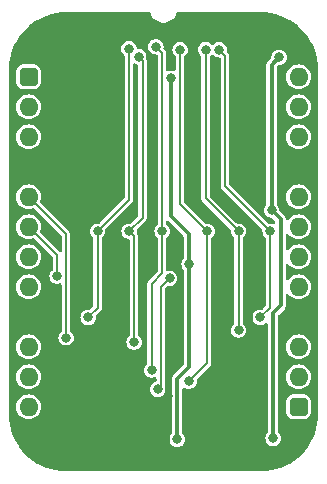
<source format=gbl>
%TF.GenerationSoftware,KiCad,Pcbnew,8.0.3*%
%TF.CreationDate,2024-07-05T17:13:44+02:00*%
%TF.ProjectId,SD Card Micro Socket,53442043-6172-4642-904d-6963726f2053,V0*%
%TF.SameCoordinates,PX6d01460PY32de760*%
%TF.FileFunction,Copper,L2,Bot*%
%TF.FilePolarity,Positive*%
%FSLAX46Y46*%
G04 Gerber Fmt 4.6, Leading zero omitted, Abs format (unit mm)*
G04 Created by KiCad (PCBNEW 8.0.3) date 2024-07-05 17:13:44*
%MOMM*%
%LPD*%
G01*
G04 APERTURE LIST*
G04 Aperture macros list*
%AMRoundRect*
0 Rectangle with rounded corners*
0 $1 Rounding radius*
0 $2 $3 $4 $5 $6 $7 $8 $9 X,Y pos of 4 corners*
0 Add a 4 corners polygon primitive as box body*
4,1,4,$2,$3,$4,$5,$6,$7,$8,$9,$2,$3,0*
0 Add four circle primitives for the rounded corners*
1,1,$1+$1,$2,$3*
1,1,$1+$1,$4,$5*
1,1,$1+$1,$6,$7*
1,1,$1+$1,$8,$9*
0 Add four rect primitives between the rounded corners*
20,1,$1+$1,$2,$3,$4,$5,0*
20,1,$1+$1,$4,$5,$6,$7,0*
20,1,$1+$1,$6,$7,$8,$9,0*
20,1,$1+$1,$8,$9,$2,$3,0*%
G04 Aperture macros list end*
%TA.AperFunction,ComponentPad*%
%ADD10RoundRect,0.400000X-0.400000X-0.400000X0.400000X-0.400000X0.400000X0.400000X-0.400000X0.400000X0*%
%TD*%
%TA.AperFunction,ComponentPad*%
%ADD11O,1.600000X1.600000*%
%TD*%
%TA.AperFunction,ComponentPad*%
%ADD12R,1.600000X1.600000*%
%TD*%
%TA.AperFunction,ViaPad*%
%ADD13C,0.800000*%
%TD*%
%TA.AperFunction,Conductor*%
%ADD14C,0.200000*%
%TD*%
%TA.AperFunction,Conductor*%
%ADD15C,0.380000*%
%TD*%
G04 APERTURE END LIST*
D10*
%TO.P,J1,1,Pin_1*%
%TO.N,5V*%
X0Y0D03*
D11*
%TO.P,J1,2,Pin_2*%
%TO.N,unconnected-(J1-Pin_2-Pad2)*%
X0Y-2540000D03*
%TO.P,J1,3,Pin_3*%
%TO.N,unconnected-(J1-Pin_3-Pad3)*%
X0Y-5080000D03*
D12*
%TO.P,J1,4,Pin_4*%
%TO.N,GND*%
X0Y-7620000D03*
D11*
%TO.P,J1,5,Pin_5*%
%TO.N,DAT3*%
X0Y-10160000D03*
%TO.P,J1,6,Pin_6*%
%TO.N,DAT2*%
X0Y-12700000D03*
%TO.P,J1,7,Pin_7*%
%TO.N,DAT1*%
X0Y-15240000D03*
%TO.P,J1,8,Pin_8*%
%TO.N,DAT0*%
X0Y-17780000D03*
D12*
%TO.P,J1,9,Pin_9*%
%TO.N,GND*%
X0Y-20320000D03*
D11*
%TO.P,J1,10,Pin_10*%
%TO.N,SD CMD*%
X0Y-22860000D03*
%TO.P,J1,11,Pin_11*%
%TO.N,~{SD Card Enable}*%
X0Y-25400000D03*
%TO.P,J1,12,Pin_12*%
%TO.N,SD CLK*%
X0Y-27940000D03*
D10*
%TO.P,J1,13,Pin_13*%
%TO.N,5V*%
X22860000Y-27940000D03*
D11*
%TO.P,J1,14,Pin_14*%
%TO.N,unconnected-(J1-Pin_14-Pad14)*%
X22860000Y-25400000D03*
%TO.P,J1,15,Pin_15*%
%TO.N,unconnected-(J1-Pin_15-Pad15)*%
X22860000Y-22860000D03*
D12*
%TO.P,J1,16,Pin_16*%
%TO.N,GND*%
X22860000Y-20320000D03*
D11*
%TO.P,J1,17,Pin_17*%
%TO.N,unconnected-(J1-Pin_17-Pad17)*%
X22860000Y-17780000D03*
%TO.P,J1,18,Pin_18*%
%TO.N,unconnected-(J1-Pin_18-Pad18)*%
X22860000Y-15240000D03*
%TO.P,J1,19,Pin_19*%
%TO.N,unconnected-(J1-Pin_19-Pad19)*%
X22860000Y-12700000D03*
%TO.P,J1,20,Pin_20*%
%TO.N,unconnected-(J1-Pin_20-Pad20)*%
X22860000Y-10160000D03*
D12*
%TO.P,J1,21,Pin_21*%
%TO.N,GND*%
X22860000Y-7620000D03*
D11*
%TO.P,J1,22,Pin_22*%
%TO.N,unconnected-(J1-Pin_22-Pad22)*%
X22860000Y-5080000D03*
%TO.P,J1,23,Pin_23*%
%TO.N,unconnected-(J1-Pin_23-Pad23)*%
X22860000Y-2540000D03*
%TO.P,J1,24,Pin_24*%
%TO.N,unconnected-(J1-Pin_24-Pad24)*%
X22860000Y0D03*
%TD*%
D13*
%TO.N,GND*%
X18542000Y-5403000D03*
X18415000Y2413000D03*
X11938000Y-24003000D03*
X11805000Y-27051000D03*
X19050000Y-14478000D03*
X12319000Y-14224000D03*
X12319000Y-18161000D03*
X9779000Y-17018000D03*
X13987997Y4843997D03*
X10414000Y-5403000D03*
X15875000Y-5403000D03*
X18669000Y-17946000D03*
X5334000Y-5403000D03*
X18669000Y-23114000D03*
X18796002Y-28194000D03*
X4826000Y-29718000D03*
X9906000Y-29717998D03*
X4826000Y-27190000D03*
X4826000Y-16764000D03*
X4191000Y-23495000D03*
X13970000Y2032000D03*
X13843000Y-5461000D03*
%TO.N,/3.3V*%
X21209000Y1651000D03*
%TO.N,DAT2*%
X2425000Y-16890994D03*
%TO.N,DAT3*%
X3175000Y-22098000D03*
%TO.N,5V*%
X12065000Y-127000D03*
X13589000Y-15875000D03*
X12595497Y-30711497D03*
%TO.N,Net-(IC1-1B2)*%
X5055455Y-20381357D03*
%TO.N,Net-(IC1-1B3)*%
X8939000Y-22479000D03*
%TO.N,Net-(IC1-2B1)*%
X13589000Y-25781000D03*
%TO.N,Net-(IC1-2B3)*%
X17780000Y-21463000D03*
%TO.N,Net-(IC1-2B4)*%
X19621501Y-20383499D03*
%TO.N,/3.3V*%
X20574000Y-11303000D03*
X20701000Y-30614000D03*
%TO.N,Net-(IC1-2B4)*%
X20447000Y-13081000D03*
X16129000Y2286000D03*
%TO.N,Net-(IC1-2B3)*%
X17780000Y-13081000D03*
X14986000Y2286000D03*
%TO.N,Net-(IC1-2B1)*%
X12827002Y2286000D03*
X15113000Y-13081000D03*
%TO.N,Net-(IC1-1B3)*%
X8509000Y-13081000D03*
X9321518Y1712464D03*
%TO.N,Net-(IC1-1B2)*%
X5842000Y-13081000D03*
X8506219Y2374123D03*
%TO.N,Net-(IC1-1B4)*%
X10776142Y2535927D03*
X11303000Y-13081000D03*
X10414000Y-24843000D03*
%TO.N,~{SD Card Enable}*%
X11946197Y-17071138D03*
X10941070Y-26465000D03*
%TD*%
D14*
%TO.N,Net-(IC1-1B2)*%
X5842000Y-19594812D02*
X5055455Y-20381357D01*
X5842000Y-13081000D02*
X5842000Y-19594812D01*
%TO.N,DAT2*%
X2425000Y-15125000D02*
X2425000Y-16890994D01*
X0Y-12700000D02*
X2425000Y-15125000D01*
D15*
%TO.N,GND*%
X18415000Y2413000D02*
X18415000Y-5276000D01*
X18415000Y-5276000D02*
X18542000Y-5403000D01*
D14*
%TO.N,Net-(IC1-1B4)*%
X10414000Y-17542674D02*
X10414000Y-24843000D01*
X11303000Y-16653674D02*
X10414000Y-17542674D01*
X11303000Y-13081000D02*
X11303000Y-16653674D01*
D15*
%TO.N,GND*%
X11938000Y-18542000D02*
X11938000Y-24003000D01*
D14*
%TO.N,~{SD Card Enable}*%
X11188000Y-26218070D02*
X10941070Y-26465000D01*
X11946197Y-17071138D02*
X11188000Y-17829335D01*
D15*
%TO.N,GND*%
X11938000Y-24003000D02*
X11938000Y-26918000D01*
D14*
%TO.N,~{SD Card Enable}*%
X11188000Y-17829335D02*
X11188000Y-26218070D01*
%TO.N,Net-(IC1-1B3)*%
X8939000Y-13511000D02*
X8939000Y-22479000D01*
X8509000Y-13081000D02*
X8939000Y-13511000D01*
D15*
%TO.N,5V*%
X12595497Y-25586563D02*
X12595497Y-30711497D01*
X13589000Y-24593060D02*
X12595497Y-25586563D01*
X13589000Y-15875000D02*
X13589000Y-24593060D01*
%TO.N,GND*%
X11938000Y-26918000D02*
X11805000Y-27051000D01*
X12319000Y-18161000D02*
X11938000Y-18542000D01*
D14*
%TO.N,Net-(IC1-2B1)*%
X15113000Y-24257000D02*
X13589000Y-25781000D01*
X15113000Y-13081000D02*
X15113000Y-24257000D01*
D15*
%TO.N,GND*%
X19050000Y-17565000D02*
X19050000Y-14478000D01*
X12192000Y-14351000D02*
X12319000Y-14224000D01*
X12192000Y-16129000D02*
X12192000Y-15748000D01*
X12192000Y-15748000D02*
X12192000Y-14351000D01*
X12827000Y-16764000D02*
X12192000Y-16129000D01*
X12827000Y-17526000D02*
X12827000Y-16764000D01*
X12827000Y-17653000D02*
X12827000Y-17526000D01*
X12319000Y-18161000D02*
X12827000Y-17653000D01*
X19050000Y-14478000D02*
X19050000Y-12827000D01*
X9779000Y-17018000D02*
X9779000Y-12827000D01*
X9779000Y-24130000D02*
X9779000Y-17018000D01*
X-1190000Y-19130000D02*
X0Y-20320000D01*
X0Y-7620000D02*
X-1190000Y-8810000D01*
X-1190000Y-8810000D02*
X-1190000Y-19130000D01*
X13987997Y2049997D02*
X13987997Y4843997D01*
X13970000Y2032000D02*
X13987997Y2049997D01*
X12954000Y3810000D02*
X13987997Y4843997D01*
X10287000Y3810000D02*
X12954000Y3810000D01*
X9779000Y3302000D02*
X10287000Y3810000D01*
X9779000Y2413000D02*
X9779000Y3302000D01*
X10414000Y-5403000D02*
X10414000Y1778000D01*
X10414000Y1778000D02*
X9779000Y2413000D01*
D14*
%TO.N,Net-(IC1-1B2)*%
X8506219Y-10416781D02*
X8506219Y2374123D01*
X5842000Y-13081000D02*
X8506219Y-10416781D01*
%TO.N,Net-(IC1-1B3)*%
X9652000Y1381982D02*
X9321518Y1712464D01*
X8509000Y-13081000D02*
X9652000Y-11938000D01*
%TO.N,Net-(IC1-1B4)*%
X11303000Y2009069D02*
X10776142Y2535927D01*
X11303000Y-13081000D02*
X11303000Y2009069D01*
%TO.N,Net-(IC1-1B3)*%
X9652000Y-11938000D02*
X9652000Y1381982D01*
D15*
%TO.N,GND*%
X10414000Y-12192000D02*
X10414000Y-5403000D01*
X9779000Y-12827000D02*
X10414000Y-12192000D01*
X9525000Y-25654000D02*
X9525000Y-24384000D01*
X9525000Y-24384000D02*
X9779000Y-24130000D01*
X9906000Y-26035000D02*
X9525000Y-25654000D01*
X9906000Y-29717998D02*
X9906000Y-26035000D01*
X4191000Y-26555000D02*
X4191000Y-23495000D01*
X4826000Y-27190000D02*
X4191000Y-26555000D01*
X4113000Y-23417000D02*
X4191000Y-23495000D01*
X4113000Y-17477000D02*
X4113000Y-23417000D01*
X4826000Y-16764000D02*
X4113000Y-17477000D01*
X18796002Y-23241002D02*
X18796002Y-28194000D01*
X18669000Y-23114000D02*
X18796002Y-23241002D01*
X18669000Y-17946000D02*
X18669000Y-23114000D01*
X15875000Y-9652000D02*
X15875000Y-5403000D01*
X19050000Y-12827000D02*
X15875000Y-9652000D01*
X18669000Y-17946000D02*
X19050000Y-17565000D01*
D14*
%TO.N,Net-(IC1-2B4)*%
X16625000Y1790000D02*
X16129000Y2286000D01*
X20447000Y-13081000D02*
X16625000Y-9259000D01*
X16625000Y-9259000D02*
X16625000Y1790000D01*
D15*
%TO.N,GND*%
X4826000Y-5911000D02*
X5334000Y-5403000D01*
X4826000Y-16764000D02*
X4826000Y-5911000D01*
X4826000Y-29718000D02*
X4826000Y-27190000D01*
X13970000Y-5334000D02*
X13843000Y-5461000D01*
X13970000Y2032000D02*
X13970000Y-5334000D01*
%TO.N,/3.3V*%
X20574000Y1016000D02*
X21209000Y1651000D01*
X20574000Y-11303000D02*
X20574000Y1016000D01*
D14*
%TO.N,DAT3*%
X0Y-10160000D02*
X3175000Y-13335000D01*
X3175000Y-13335000D02*
X3175000Y-22098000D01*
D15*
%TO.N,5V*%
X12065000Y-11811000D02*
X12065000Y-127000D01*
X13589000Y-13335000D02*
X12065000Y-11811000D01*
X13589000Y-15875000D02*
X13589000Y-13335000D01*
D14*
%TO.N,Net-(IC1-2B3)*%
X17780000Y-21463000D02*
X17780000Y-13081000D01*
%TO.N,Net-(IC1-2B4)*%
X20447000Y-13081000D02*
X20447000Y-19558000D01*
X20447000Y-19558000D02*
X19621501Y-20383499D01*
D15*
%TO.N,/3.3V*%
X21336000Y-12065000D02*
X20574000Y-11303000D01*
X21336000Y-19361964D02*
X21336000Y-12065000D01*
X20701000Y-19996964D02*
X21336000Y-19361964D01*
X20701000Y-30614000D02*
X20701000Y-19996964D01*
D14*
%TO.N,Net-(IC1-2B3)*%
X14986000Y-10287000D02*
X17780000Y-13081000D01*
X14986000Y2286000D02*
X14986000Y-10287000D01*
%TO.N,Net-(IC1-2B1)*%
X12808000Y2266998D02*
X12827002Y2286000D01*
X15113000Y-13081000D02*
X12808000Y-10776000D01*
X12808000Y-10776000D02*
X12808000Y2266998D01*
%TD*%
%TA.AperFunction,Conductor*%
%TO.N,GND*%
G36*
X21341782Y5171177D02*
G01*
X21721042Y5014081D01*
X21730834Y5009515D01*
X22094965Y4819961D01*
X22104305Y4814568D01*
X22428511Y4608026D01*
X22450516Y4594007D01*
X22459377Y4587803D01*
X22785050Y4337906D01*
X22793337Y4330952D01*
X23095980Y4053630D01*
X23103629Y4045981D01*
X23380951Y3743338D01*
X23387905Y3735051D01*
X23637802Y3409378D01*
X23644006Y3400517D01*
X23864559Y3054320D01*
X23869968Y3044952D01*
X24059511Y2680841D01*
X24064083Y2671037D01*
X24221173Y2291791D01*
X24224872Y2281628D01*
X24327692Y1955524D01*
X24348311Y1890131D01*
X24351110Y1879684D01*
X24384331Y1729836D01*
X24439958Y1478916D01*
X24441836Y1468263D01*
X24495415Y1061289D01*
X24496358Y1050513D01*
X24514382Y637703D01*
X24514500Y632294D01*
X24514500Y-28572293D01*
X24514382Y-28577702D01*
X24496358Y-28990512D01*
X24495415Y-29001288D01*
X24441836Y-29408262D01*
X24439958Y-29418915D01*
X24351111Y-29819680D01*
X24348311Y-29830130D01*
X24224873Y-30221625D01*
X24221173Y-30231790D01*
X24064083Y-30611036D01*
X24059511Y-30620840D01*
X23869968Y-30984951D01*
X23864559Y-30994319D01*
X23644006Y-31340516D01*
X23637802Y-31349377D01*
X23387905Y-31675050D01*
X23380951Y-31683337D01*
X23103629Y-31985980D01*
X23095980Y-31993629D01*
X22793337Y-32270951D01*
X22785050Y-32277905D01*
X22459377Y-32527802D01*
X22450516Y-32534006D01*
X22104319Y-32754559D01*
X22094951Y-32759968D01*
X21730840Y-32949511D01*
X21721036Y-32954083D01*
X21341787Y-33111174D01*
X21336000Y-33113280D01*
X21336000Y-30774079D01*
X21337237Y-30770818D01*
X21356278Y-30614000D01*
X21356278Y-30613999D01*
X21337237Y-30457181D01*
X21336000Y-30453919D01*
X21336000Y-27474298D01*
X21809500Y-27474298D01*
X21809500Y-28405701D01*
X21812401Y-28442567D01*
X21812402Y-28442573D01*
X21858254Y-28600393D01*
X21858255Y-28600396D01*
X21941917Y-28741862D01*
X21941923Y-28741870D01*
X22058129Y-28858076D01*
X22058133Y-28858079D01*
X22058135Y-28858081D01*
X22199602Y-28941744D01*
X22241224Y-28953836D01*
X22357426Y-28987597D01*
X22357429Y-28987597D01*
X22357431Y-28987598D01*
X22394306Y-28990500D01*
X22394314Y-28990500D01*
X23325686Y-28990500D01*
X23325694Y-28990500D01*
X23362569Y-28987598D01*
X23362571Y-28987597D01*
X23362573Y-28987597D01*
X23404191Y-28975505D01*
X23520398Y-28941744D01*
X23661865Y-28858081D01*
X23778081Y-28741865D01*
X23861744Y-28600398D01*
X23907598Y-28442569D01*
X23910500Y-28405694D01*
X23910500Y-27474306D01*
X23907598Y-27437431D01*
X23861744Y-27279602D01*
X23778081Y-27138135D01*
X23778079Y-27138133D01*
X23778076Y-27138129D01*
X23661870Y-27021923D01*
X23661862Y-27021917D01*
X23520396Y-26938255D01*
X23520393Y-26938254D01*
X23362573Y-26892402D01*
X23362567Y-26892401D01*
X23325701Y-26889500D01*
X23325694Y-26889500D01*
X22394306Y-26889500D01*
X22394298Y-26889500D01*
X22357432Y-26892401D01*
X22357426Y-26892402D01*
X22199606Y-26938254D01*
X22199603Y-26938255D01*
X22058137Y-27021917D01*
X22058129Y-27021923D01*
X21941923Y-27138129D01*
X21941917Y-27138137D01*
X21858255Y-27279603D01*
X21858254Y-27279606D01*
X21812402Y-27437426D01*
X21812401Y-27437432D01*
X21809500Y-27474298D01*
X21336000Y-27474298D01*
X21336000Y-25400000D01*
X21804417Y-25400000D01*
X21824699Y-25605932D01*
X21824700Y-25605934D01*
X21884768Y-25803954D01*
X21982315Y-25986450D01*
X21982317Y-25986452D01*
X22113589Y-26146410D01*
X22210209Y-26225702D01*
X22273550Y-26277685D01*
X22456046Y-26375232D01*
X22654066Y-26435300D01*
X22654065Y-26435300D01*
X22672529Y-26437118D01*
X22860000Y-26455583D01*
X23065934Y-26435300D01*
X23263954Y-26375232D01*
X23446450Y-26277685D01*
X23606410Y-26146410D01*
X23737685Y-25986450D01*
X23835232Y-25803954D01*
X23895300Y-25605934D01*
X23915583Y-25400000D01*
X23895300Y-25194066D01*
X23835232Y-24996046D01*
X23737685Y-24813550D01*
X23685702Y-24750209D01*
X23606410Y-24653589D01*
X23446452Y-24522317D01*
X23446453Y-24522317D01*
X23446450Y-24522315D01*
X23263954Y-24424768D01*
X23065934Y-24364700D01*
X23065932Y-24364699D01*
X23065934Y-24364699D01*
X22860000Y-24344417D01*
X22654067Y-24364699D01*
X22456043Y-24424769D01*
X22345898Y-24483643D01*
X22273550Y-24522315D01*
X22273548Y-24522316D01*
X22273547Y-24522317D01*
X22113589Y-24653589D01*
X21982317Y-24813547D01*
X21884769Y-24996043D01*
X21824699Y-25194067D01*
X21804417Y-25400000D01*
X21336000Y-25400000D01*
X21336000Y-22860000D01*
X21804417Y-22860000D01*
X21824699Y-23065932D01*
X21824700Y-23065934D01*
X21884768Y-23263954D01*
X21982315Y-23446450D01*
X21982317Y-23446452D01*
X22113589Y-23606410D01*
X22210209Y-23685702D01*
X22273550Y-23737685D01*
X22456046Y-23835232D01*
X22654066Y-23895300D01*
X22654065Y-23895300D01*
X22672529Y-23897118D01*
X22860000Y-23915583D01*
X23065934Y-23895300D01*
X23263954Y-23835232D01*
X23446450Y-23737685D01*
X23606410Y-23606410D01*
X23737685Y-23446450D01*
X23835232Y-23263954D01*
X23895300Y-23065934D01*
X23915583Y-22860000D01*
X23895300Y-22654066D01*
X23835232Y-22456046D01*
X23737685Y-22273550D01*
X23685702Y-22210209D01*
X23606410Y-22113589D01*
X23446452Y-21982317D01*
X23446453Y-21982317D01*
X23446450Y-21982315D01*
X23263954Y-21884768D01*
X23065934Y-21824700D01*
X23065932Y-21824699D01*
X23065934Y-21824699D01*
X22860000Y-21804417D01*
X22654067Y-21824699D01*
X22456043Y-21884769D01*
X22345898Y-21943643D01*
X22273550Y-21982315D01*
X22273548Y-21982316D01*
X22273547Y-21982317D01*
X22113589Y-22113589D01*
X21982317Y-22273547D01*
X21884769Y-22456043D01*
X21824699Y-22654067D01*
X21804417Y-22860000D01*
X21336000Y-22860000D01*
X21336000Y-19984925D01*
X21688488Y-19632437D01*
X21746481Y-19531991D01*
X21776500Y-19419957D01*
X21776500Y-18462221D01*
X21796185Y-18395182D01*
X21848989Y-18349427D01*
X21918147Y-18339483D01*
X21981703Y-18368508D01*
X21996354Y-18383557D01*
X22113589Y-18526410D01*
X22210209Y-18605702D01*
X22273550Y-18657685D01*
X22456046Y-18755232D01*
X22654066Y-18815300D01*
X22654065Y-18815300D01*
X22672529Y-18817118D01*
X22860000Y-18835583D01*
X23065934Y-18815300D01*
X23263954Y-18755232D01*
X23446450Y-18657685D01*
X23606410Y-18526410D01*
X23737685Y-18366450D01*
X23835232Y-18183954D01*
X23895300Y-17985934D01*
X23915583Y-17780000D01*
X23895300Y-17574066D01*
X23835232Y-17376046D01*
X23737685Y-17193550D01*
X23676262Y-17118705D01*
X23606410Y-17033589D01*
X23446452Y-16902317D01*
X23446453Y-16902317D01*
X23446450Y-16902315D01*
X23263954Y-16804768D01*
X23065934Y-16744700D01*
X23065932Y-16744699D01*
X23065934Y-16744699D01*
X22860000Y-16724417D01*
X22654067Y-16744699D01*
X22456043Y-16804769D01*
X22345898Y-16863643D01*
X22273550Y-16902315D01*
X22273548Y-16902316D01*
X22273547Y-16902317D01*
X22113589Y-17033590D01*
X21996353Y-17176443D01*
X21938608Y-17215777D01*
X21868763Y-17217648D01*
X21808995Y-17181460D01*
X21778279Y-17118705D01*
X21776500Y-17097778D01*
X21776500Y-15922221D01*
X21796185Y-15855182D01*
X21848989Y-15809427D01*
X21918147Y-15799483D01*
X21981703Y-15828508D01*
X21996354Y-15843557D01*
X22113589Y-15986410D01*
X22210209Y-16065702D01*
X22273550Y-16117685D01*
X22456046Y-16215232D01*
X22654066Y-16275300D01*
X22654065Y-16275300D01*
X22672529Y-16277118D01*
X22860000Y-16295583D01*
X23065934Y-16275300D01*
X23263954Y-16215232D01*
X23446450Y-16117685D01*
X23606410Y-15986410D01*
X23737685Y-15826450D01*
X23835232Y-15643954D01*
X23895300Y-15445934D01*
X23915583Y-15240000D01*
X23895300Y-15034066D01*
X23835232Y-14836046D01*
X23737685Y-14653550D01*
X23676262Y-14578705D01*
X23606410Y-14493589D01*
X23446452Y-14362317D01*
X23446453Y-14362317D01*
X23446450Y-14362315D01*
X23263954Y-14264768D01*
X23065934Y-14204700D01*
X23065932Y-14204699D01*
X23065934Y-14204699D01*
X22860000Y-14184417D01*
X22654067Y-14204699D01*
X22456043Y-14264769D01*
X22345898Y-14323643D01*
X22273550Y-14362315D01*
X22273548Y-14362316D01*
X22273547Y-14362317D01*
X22113589Y-14493590D01*
X21996353Y-14636443D01*
X21938608Y-14675777D01*
X21868763Y-14677648D01*
X21808995Y-14641460D01*
X21778279Y-14578705D01*
X21776500Y-14557778D01*
X21776500Y-13382221D01*
X21796185Y-13315182D01*
X21848989Y-13269427D01*
X21918147Y-13259483D01*
X21981703Y-13288508D01*
X21996354Y-13303557D01*
X22113589Y-13446410D01*
X22210209Y-13525702D01*
X22273550Y-13577685D01*
X22456046Y-13675232D01*
X22654066Y-13735300D01*
X22654065Y-13735300D01*
X22672529Y-13737118D01*
X22860000Y-13755583D01*
X23065934Y-13735300D01*
X23263954Y-13675232D01*
X23446450Y-13577685D01*
X23606410Y-13446410D01*
X23737685Y-13286450D01*
X23835232Y-13103954D01*
X23895300Y-12905934D01*
X23915583Y-12700000D01*
X23895300Y-12494066D01*
X23835232Y-12296046D01*
X23737685Y-12113550D01*
X23676262Y-12038705D01*
X23606410Y-11953589D01*
X23446452Y-11822317D01*
X23446453Y-11822317D01*
X23446450Y-11822315D01*
X23263954Y-11724768D01*
X23065934Y-11664700D01*
X23065932Y-11664699D01*
X23065934Y-11664699D01*
X22860000Y-11644417D01*
X22654067Y-11664699D01*
X22456043Y-11724769D01*
X22345898Y-11783643D01*
X22273550Y-11822315D01*
X22273548Y-11822316D01*
X22273547Y-11822317D01*
X22113589Y-11953590D01*
X21996353Y-12096443D01*
X21938608Y-12135777D01*
X21868763Y-12137648D01*
X21808995Y-12101460D01*
X21778279Y-12038705D01*
X21776500Y-12017778D01*
X21776500Y-12007009D01*
X21776500Y-12007007D01*
X21746481Y-11894973D01*
X21688488Y-11794527D01*
X21606473Y-11712512D01*
X21336000Y-11442039D01*
X21336000Y-10160000D01*
X21804417Y-10160000D01*
X21824699Y-10365932D01*
X21824700Y-10365934D01*
X21884768Y-10563954D01*
X21982315Y-10746450D01*
X21982317Y-10746452D01*
X22113589Y-10906410D01*
X22210209Y-10985702D01*
X22273550Y-11037685D01*
X22456046Y-11135232D01*
X22654066Y-11195300D01*
X22654065Y-11195300D01*
X22672529Y-11197118D01*
X22860000Y-11215583D01*
X23065934Y-11195300D01*
X23263954Y-11135232D01*
X23446450Y-11037685D01*
X23606410Y-10906410D01*
X23737685Y-10746450D01*
X23835232Y-10563954D01*
X23895300Y-10365934D01*
X23915583Y-10160000D01*
X23895300Y-9954066D01*
X23835232Y-9756046D01*
X23737685Y-9573550D01*
X23685702Y-9510209D01*
X23606410Y-9413589D01*
X23446452Y-9282317D01*
X23446453Y-9282317D01*
X23446450Y-9282315D01*
X23263954Y-9184768D01*
X23065934Y-9124700D01*
X23065932Y-9124699D01*
X23065934Y-9124699D01*
X22860000Y-9104417D01*
X22654067Y-9124699D01*
X22456043Y-9184769D01*
X22345898Y-9243643D01*
X22273550Y-9282315D01*
X22273548Y-9282316D01*
X22273547Y-9282317D01*
X22113589Y-9413589D01*
X21982317Y-9573547D01*
X21884769Y-9756043D01*
X21824699Y-9954067D01*
X21804417Y-10160000D01*
X21336000Y-10160000D01*
X21336000Y-5080000D01*
X21804417Y-5080000D01*
X21824699Y-5285932D01*
X21824700Y-5285934D01*
X21884768Y-5483954D01*
X21982315Y-5666450D01*
X21982317Y-5666452D01*
X22113589Y-5826410D01*
X22210209Y-5905702D01*
X22273550Y-5957685D01*
X22456046Y-6055232D01*
X22654066Y-6115300D01*
X22654065Y-6115300D01*
X22672529Y-6117118D01*
X22860000Y-6135583D01*
X23065934Y-6115300D01*
X23263954Y-6055232D01*
X23446450Y-5957685D01*
X23606410Y-5826410D01*
X23737685Y-5666450D01*
X23835232Y-5483954D01*
X23895300Y-5285934D01*
X23915583Y-5080000D01*
X23895300Y-4874066D01*
X23835232Y-4676046D01*
X23737685Y-4493550D01*
X23685702Y-4430209D01*
X23606410Y-4333589D01*
X23446452Y-4202317D01*
X23446453Y-4202317D01*
X23446450Y-4202315D01*
X23263954Y-4104768D01*
X23065934Y-4044700D01*
X23065932Y-4044699D01*
X23065934Y-4044699D01*
X22860000Y-4024417D01*
X22654067Y-4044699D01*
X22456043Y-4104769D01*
X22345898Y-4163643D01*
X22273550Y-4202315D01*
X22273548Y-4202316D01*
X22273547Y-4202317D01*
X22113589Y-4333589D01*
X21982317Y-4493547D01*
X21884769Y-4676043D01*
X21824699Y-4874067D01*
X21804417Y-5080000D01*
X21336000Y-5080000D01*
X21336000Y-2540000D01*
X21804417Y-2540000D01*
X21824699Y-2745932D01*
X21824700Y-2745934D01*
X21884768Y-2943954D01*
X21982315Y-3126450D01*
X21982317Y-3126452D01*
X22113589Y-3286410D01*
X22210209Y-3365702D01*
X22273550Y-3417685D01*
X22456046Y-3515232D01*
X22654066Y-3575300D01*
X22654065Y-3575300D01*
X22672529Y-3577118D01*
X22860000Y-3595583D01*
X23065934Y-3575300D01*
X23263954Y-3515232D01*
X23446450Y-3417685D01*
X23606410Y-3286410D01*
X23737685Y-3126450D01*
X23835232Y-2943954D01*
X23895300Y-2745934D01*
X23915583Y-2540000D01*
X23895300Y-2334066D01*
X23835232Y-2136046D01*
X23737685Y-1953550D01*
X23685702Y-1890209D01*
X23606410Y-1793589D01*
X23446452Y-1662317D01*
X23446453Y-1662317D01*
X23446450Y-1662315D01*
X23263954Y-1564768D01*
X23065934Y-1504700D01*
X23065932Y-1504699D01*
X23065934Y-1504699D01*
X22860000Y-1484417D01*
X22654067Y-1504699D01*
X22456043Y-1564769D01*
X22345898Y-1623643D01*
X22273550Y-1662315D01*
X22273548Y-1662316D01*
X22273547Y-1662317D01*
X22113589Y-1793589D01*
X21982317Y-1953547D01*
X21884769Y-2136043D01*
X21824699Y-2334067D01*
X21804417Y-2540000D01*
X21336000Y-2540000D01*
X21336000Y0D01*
X21804417Y0D01*
X21824699Y-205932D01*
X21824700Y-205934D01*
X21884768Y-403954D01*
X21982315Y-586450D01*
X21982317Y-586452D01*
X22113589Y-746410D01*
X22210209Y-825702D01*
X22273550Y-877685D01*
X22456046Y-975232D01*
X22654066Y-1035300D01*
X22654065Y-1035300D01*
X22672529Y-1037118D01*
X22860000Y-1055583D01*
X23065934Y-1035300D01*
X23263954Y-975232D01*
X23446450Y-877685D01*
X23606410Y-746410D01*
X23737685Y-586450D01*
X23835232Y-403954D01*
X23895300Y-205934D01*
X23915583Y0D01*
X23895300Y205934D01*
X23835232Y403954D01*
X23737685Y586450D01*
X23607135Y745527D01*
X23606410Y746411D01*
X23446452Y877683D01*
X23446453Y877683D01*
X23446450Y877685D01*
X23263954Y975232D01*
X23065934Y1035300D01*
X23065932Y1035301D01*
X23065934Y1035301D01*
X22860000Y1055583D01*
X22654067Y1035301D01*
X22456043Y975231D01*
X22345898Y916357D01*
X22273550Y877685D01*
X22273548Y877684D01*
X22273547Y877683D01*
X22113589Y746411D01*
X21982317Y586453D01*
X21884769Y403957D01*
X21824699Y205933D01*
X21804417Y0D01*
X21336000Y0D01*
X21336000Y1012335D01*
X21441365Y1038304D01*
X21581240Y1111717D01*
X21699483Y1216470D01*
X21789220Y1346477D01*
X21845237Y1494182D01*
X21864278Y1651000D01*
X21845237Y1807818D01*
X21789220Y1955523D01*
X21699483Y2085530D01*
X21581240Y2190283D01*
X21581238Y2190284D01*
X21581237Y2190285D01*
X21441365Y2263697D01*
X21336000Y2289667D01*
X21336000Y5173281D01*
X21341782Y5171177D01*
G37*
%TD.AperFunction*%
%TD*%
%TA.AperFunction,Conductor*%
%TO.N,GND*%
G36*
X10288757Y5444815D02*
G01*
X10334512Y5392011D01*
X10338240Y5382911D01*
X10393316Y5231590D01*
X10393319Y5231583D01*
X10402431Y5215801D01*
X10473613Y5092509D01*
X10493008Y5058917D01*
X10493012Y5058910D01*
X10532364Y5012013D01*
X10621174Y4906174D01*
X10773913Y4778010D01*
X10946587Y4678317D01*
X11133949Y4610123D01*
X11330307Y4575500D01*
X11330309Y4575500D01*
X11529691Y4575500D01*
X11529693Y4575500D01*
X11726051Y4610123D01*
X11913413Y4678317D01*
X12086087Y4778010D01*
X12238826Y4906174D01*
X12366990Y5058913D01*
X12466683Y5231587D01*
X12521760Y5382912D01*
X12563186Y5439174D01*
X12628455Y5464110D01*
X12638282Y5464500D01*
X19640830Y5464500D01*
X19682294Y5464500D01*
X19687702Y5464383D01*
X20100533Y5446358D01*
X20111268Y5445418D01*
X20518279Y5391834D01*
X20528898Y5389962D01*
X20929699Y5301107D01*
X20940111Y5298318D01*
X21331640Y5174869D01*
X21336000Y5173282D01*
X21336000Y2289667D01*
X21287986Y2301500D01*
X21287985Y2301500D01*
X21130015Y2301500D01*
X21130014Y2301500D01*
X20976634Y2263697D01*
X20836762Y2190285D01*
X20718516Y2085529D01*
X20628781Y1955525D01*
X20628780Y1955524D01*
X20572763Y1807820D01*
X20554413Y1656695D01*
X20526791Y1592517D01*
X20518999Y1583961D01*
X20303527Y1368488D01*
X20221514Y1286476D01*
X20221512Y1286473D01*
X20163519Y1186029D01*
X20133500Y1073993D01*
X20133500Y-10768381D01*
X20113815Y-10835420D01*
X20091727Y-10861196D01*
X20083518Y-10868468D01*
X19993781Y-10998475D01*
X19993780Y-10998476D01*
X19937762Y-11146181D01*
X19918722Y-11302999D01*
X19918722Y-11303000D01*
X19937762Y-11459818D01*
X19982271Y-11577177D01*
X19993780Y-11607523D01*
X20083517Y-11737530D01*
X20201760Y-11842283D01*
X20201762Y-11842284D01*
X20341634Y-11915696D01*
X20495014Y-11953500D01*
X20495015Y-11953500D01*
X20550177Y-11953500D01*
X20617216Y-11973185D01*
X20637858Y-11989819D01*
X20859181Y-12211142D01*
X20892666Y-12272465D01*
X20895500Y-12298823D01*
X20895500Y-12376619D01*
X20875815Y-12443658D01*
X20823011Y-12489413D01*
X20753853Y-12499357D01*
X20713875Y-12486416D01*
X20679364Y-12468303D01*
X20525986Y-12430500D01*
X20525985Y-12430500D01*
X20368015Y-12430500D01*
X20368014Y-12430500D01*
X20360568Y-12431404D01*
X20360177Y-12428188D01*
X20304782Y-12425519D01*
X20257723Y-12396042D01*
X17011819Y-9150137D01*
X16978334Y-9088814D01*
X16975500Y-9062456D01*
X16975500Y1836142D01*
X16975500Y1836144D01*
X16951614Y1925288D01*
X16941946Y1942033D01*
X16905470Y2005212D01*
X16809689Y2100993D01*
X16776204Y2162316D01*
X16774274Y2203616D01*
X16784278Y2286000D01*
X16765237Y2442818D01*
X16709220Y2590523D01*
X16619483Y2720530D01*
X16501240Y2825283D01*
X16501238Y2825284D01*
X16501237Y2825285D01*
X16361365Y2898697D01*
X16207986Y2936500D01*
X16207985Y2936500D01*
X16050015Y2936500D01*
X16050014Y2936500D01*
X15896634Y2898697D01*
X15756761Y2825285D01*
X15756759Y2825284D01*
X15639726Y2721602D01*
X15576493Y2691881D01*
X15507230Y2701065D01*
X15475274Y2721602D01*
X15358240Y2825284D01*
X15358238Y2825285D01*
X15218365Y2898697D01*
X15064986Y2936500D01*
X15064985Y2936500D01*
X14907015Y2936500D01*
X14907014Y2936500D01*
X14753634Y2898697D01*
X14613762Y2825285D01*
X14495516Y2720529D01*
X14405781Y2590525D01*
X14405780Y2590524D01*
X14349762Y2442819D01*
X14330722Y2286001D01*
X14330722Y2286000D01*
X14349762Y2129182D01*
X14405780Y1981477D01*
X14405781Y1981476D01*
X14495517Y1851469D01*
X14539011Y1812938D01*
X14593726Y1764465D01*
X14630853Y1705277D01*
X14635500Y1671650D01*
X14635500Y-10333143D01*
X14659386Y-10422287D01*
X14659387Y-10422290D01*
X14705527Y-10502208D01*
X14705530Y-10502212D01*
X17099309Y-12895991D01*
X17132794Y-12957314D01*
X17134724Y-12998617D01*
X17124722Y-13080999D01*
X17124722Y-13081000D01*
X17143762Y-13237818D01*
X17199780Y-13385523D01*
X17199781Y-13385524D01*
X17289517Y-13515531D01*
X17349673Y-13568823D01*
X17387726Y-13602535D01*
X17424853Y-13661723D01*
X17429500Y-13695350D01*
X17429500Y-20848649D01*
X17409815Y-20915688D01*
X17387728Y-20941462D01*
X17289517Y-21028470D01*
X17289516Y-21028471D01*
X17199781Y-21158475D01*
X17199780Y-21158476D01*
X17143762Y-21306181D01*
X17124722Y-21462999D01*
X17124722Y-21463000D01*
X17143762Y-21619818D01*
X17160318Y-21663471D01*
X17199780Y-21767523D01*
X17289517Y-21897530D01*
X17407760Y-22002283D01*
X17407762Y-22002284D01*
X17547634Y-22075696D01*
X17701014Y-22113500D01*
X17701015Y-22113500D01*
X17858985Y-22113500D01*
X18012365Y-22075696D01*
X18152240Y-22002283D01*
X18270483Y-21897530D01*
X18360220Y-21767523D01*
X18416237Y-21619818D01*
X18435278Y-21463000D01*
X18416237Y-21306182D01*
X18360220Y-21158477D01*
X18270483Y-21028470D01*
X18172272Y-20941463D01*
X18135147Y-20882276D01*
X18130500Y-20848649D01*
X18130500Y-13695350D01*
X18150185Y-13628311D01*
X18172271Y-13602536D01*
X18270483Y-13515530D01*
X18360220Y-13385523D01*
X18416237Y-13237818D01*
X18435278Y-13081000D01*
X18433278Y-13064524D01*
X18416237Y-12924181D01*
X18382524Y-12835288D01*
X18360220Y-12776477D01*
X18270483Y-12646470D01*
X18152240Y-12541717D01*
X18152238Y-12541716D01*
X18152237Y-12541715D01*
X18012365Y-12468303D01*
X17858986Y-12430500D01*
X17858985Y-12430500D01*
X17701015Y-12430500D01*
X17701013Y-12430500D01*
X17693572Y-12431404D01*
X17693184Y-12428209D01*
X17637662Y-12425476D01*
X17590724Y-12396042D01*
X15372819Y-10178137D01*
X15339334Y-10116814D01*
X15336500Y-10090456D01*
X15336500Y1671650D01*
X15356185Y1738689D01*
X15378267Y1764460D01*
X15475276Y1850402D01*
X15538505Y1880120D01*
X15607769Y1870936D01*
X15639725Y1850400D01*
X15756760Y1746717D01*
X15756762Y1746716D01*
X15896634Y1673304D01*
X16050014Y1635500D01*
X16150500Y1635500D01*
X16217539Y1615815D01*
X16263294Y1563011D01*
X16274500Y1511500D01*
X16274500Y-9305143D01*
X16298386Y-9394287D01*
X16298387Y-9394290D01*
X16344527Y-9474208D01*
X16344529Y-9474211D01*
X16344530Y-9474212D01*
X18071822Y-11201504D01*
X19766309Y-12895990D01*
X19799794Y-12957313D01*
X19801724Y-12998616D01*
X19791722Y-13080999D01*
X19791722Y-13081000D01*
X19810762Y-13237818D01*
X19866780Y-13385523D01*
X19866781Y-13385524D01*
X19956517Y-13515531D01*
X20016673Y-13568823D01*
X20054726Y-13602535D01*
X20091853Y-13661723D01*
X20096500Y-13695350D01*
X20096500Y-19361455D01*
X20076815Y-19428494D01*
X20060181Y-19449136D01*
X19810775Y-19698541D01*
X19749452Y-19732026D01*
X19708222Y-19731503D01*
X19707931Y-19733903D01*
X19700486Y-19732999D01*
X19542516Y-19732999D01*
X19542515Y-19732999D01*
X19389135Y-19770802D01*
X19249263Y-19844214D01*
X19131017Y-19948970D01*
X19041282Y-20078974D01*
X19041281Y-20078975D01*
X18985263Y-20226680D01*
X18966223Y-20383498D01*
X18966223Y-20383499D01*
X18985263Y-20540317D01*
X19040469Y-20685880D01*
X19041281Y-20688022D01*
X19131018Y-20818029D01*
X19249261Y-20922782D01*
X19261361Y-20929132D01*
X19389135Y-20996195D01*
X19542515Y-21033999D01*
X19542516Y-21033999D01*
X19700486Y-21033999D01*
X19853866Y-20996195D01*
X19993738Y-20922784D01*
X19993739Y-20922782D01*
X19993741Y-20922782D01*
X20054275Y-20869153D01*
X20117506Y-20839434D01*
X20186770Y-20848618D01*
X20240073Y-20893790D01*
X20260493Y-20960609D01*
X20260500Y-20961971D01*
X20260500Y-30079381D01*
X20240815Y-30146420D01*
X20218727Y-30172196D01*
X20210518Y-30179468D01*
X20120781Y-30309475D01*
X20120780Y-30309476D01*
X20064762Y-30457181D01*
X20045722Y-30613999D01*
X20045722Y-30614000D01*
X20064762Y-30770818D01*
X20120634Y-30918139D01*
X20120780Y-30918523D01*
X20210517Y-31048530D01*
X20328760Y-31153283D01*
X20328762Y-31153284D01*
X20468634Y-31226696D01*
X20622014Y-31264500D01*
X20622015Y-31264500D01*
X20779985Y-31264500D01*
X20933365Y-31226696D01*
X21073240Y-31153283D01*
X21191483Y-31048530D01*
X21281220Y-30918523D01*
X21336000Y-30774079D01*
X21336000Y-33113280D01*
X21331624Y-33114873D01*
X20940130Y-33238311D01*
X20929680Y-33241111D01*
X20528915Y-33329958D01*
X20518262Y-33331836D01*
X20111288Y-33385415D01*
X20100512Y-33386358D01*
X19687703Y-33404382D01*
X19682294Y-33404500D01*
X3177706Y-33404500D01*
X3172297Y-33404382D01*
X2759487Y-33386358D01*
X2748711Y-33385415D01*
X2341737Y-33331836D01*
X2331084Y-33329958D01*
X2293573Y-33321642D01*
X1930316Y-33241110D01*
X1919873Y-33238312D01*
X1665479Y-33158102D01*
X1528375Y-33114873D01*
X1524000Y-33113280D01*
X1524000Y-24842999D01*
X9758722Y-24842999D01*
X9758722Y-24843000D01*
X9777762Y-24999818D01*
X9833780Y-25147523D01*
X9923517Y-25277530D01*
X10041760Y-25382283D01*
X10041762Y-25382284D01*
X10181634Y-25455696D01*
X10335014Y-25493500D01*
X10335015Y-25493500D01*
X10492985Y-25493500D01*
X10646365Y-25455696D01*
X10655871Y-25450706D01*
X10724378Y-25436979D01*
X10789432Y-25462469D01*
X10830378Y-25519083D01*
X10837500Y-25560501D01*
X10837500Y-25723410D01*
X10817815Y-25790449D01*
X10765011Y-25836204D01*
X10743177Y-25843806D01*
X10708707Y-25852302D01*
X10708704Y-25852303D01*
X10568832Y-25925715D01*
X10450586Y-26030471D01*
X10360851Y-26160475D01*
X10360850Y-26160476D01*
X10304832Y-26308181D01*
X10285792Y-26464999D01*
X10285792Y-26465000D01*
X10304832Y-26621818D01*
X10360850Y-26769523D01*
X10450587Y-26899530D01*
X10568830Y-27004283D01*
X10568832Y-27004284D01*
X10708704Y-27077696D01*
X10862084Y-27115500D01*
X10862085Y-27115500D01*
X11020055Y-27115500D01*
X11173435Y-27077696D01*
X11313310Y-27004283D01*
X11431553Y-26899530D01*
X11521290Y-26769523D01*
X11577307Y-26621818D01*
X11596348Y-26465000D01*
X11577307Y-26308182D01*
X11546558Y-26227103D01*
X11538500Y-26183132D01*
X11538500Y-18025878D01*
X11558185Y-17958839D01*
X11574815Y-17938201D01*
X11756922Y-17756093D01*
X11818243Y-17722610D01*
X11859468Y-17723177D01*
X11859765Y-17720734D01*
X11867211Y-17721638D01*
X11867212Y-17721638D01*
X12025182Y-17721638D01*
X12178562Y-17683834D01*
X12318437Y-17610421D01*
X12436680Y-17505668D01*
X12526417Y-17375661D01*
X12582434Y-17227956D01*
X12601475Y-17071138D01*
X12582434Y-16914320D01*
X12526417Y-16766615D01*
X12436680Y-16636608D01*
X12318437Y-16531855D01*
X12318435Y-16531854D01*
X12318434Y-16531853D01*
X12178562Y-16458441D01*
X12025183Y-16420638D01*
X12025182Y-16420638D01*
X11867212Y-16420638D01*
X11867211Y-16420638D01*
X11807174Y-16435435D01*
X11737371Y-16432365D01*
X11680310Y-16392045D01*
X11654105Y-16327275D01*
X11653500Y-16315038D01*
X11653500Y-13695350D01*
X11673185Y-13628311D01*
X11695271Y-13602536D01*
X11793483Y-13515530D01*
X11883220Y-13385523D01*
X11939237Y-13237818D01*
X11958278Y-13081000D01*
X11956278Y-13064524D01*
X11939237Y-12924181D01*
X11905524Y-12835288D01*
X11883220Y-12776477D01*
X11793483Y-12646470D01*
X11695272Y-12559463D01*
X11658147Y-12500276D01*
X11653500Y-12466649D01*
X11653500Y-12321823D01*
X11673185Y-12254784D01*
X11725989Y-12209029D01*
X11795147Y-12199085D01*
X11858703Y-12228110D01*
X11865181Y-12234142D01*
X13112181Y-13481142D01*
X13145666Y-13542465D01*
X13148500Y-13568823D01*
X13148500Y-15340381D01*
X13128815Y-15407420D01*
X13106727Y-15433196D01*
X13098518Y-15440468D01*
X13008781Y-15570475D01*
X13008780Y-15570476D01*
X12952762Y-15718181D01*
X12933722Y-15874999D01*
X12933722Y-15875000D01*
X12952762Y-16031818D01*
X13008780Y-16179523D01*
X13098517Y-16309530D01*
X13106723Y-16316800D01*
X13143852Y-16375987D01*
X13148500Y-16409618D01*
X13148500Y-24359237D01*
X13128815Y-24426276D01*
X13112181Y-24446918D01*
X12243011Y-25316087D01*
X12243009Y-25316090D01*
X12185016Y-25416534D01*
X12154997Y-25528570D01*
X12154997Y-30176878D01*
X12135312Y-30243917D01*
X12113224Y-30269693D01*
X12105015Y-30276965D01*
X12015278Y-30406972D01*
X12015277Y-30406973D01*
X11959259Y-30554678D01*
X11940219Y-30711496D01*
X11940219Y-30711497D01*
X11959259Y-30868315D01*
X12005314Y-30989750D01*
X12015277Y-31016020D01*
X12105014Y-31146027D01*
X12223257Y-31250780D01*
X12223259Y-31250781D01*
X12363131Y-31324193D01*
X12516511Y-31361997D01*
X12516512Y-31361997D01*
X12674482Y-31361997D01*
X12827862Y-31324193D01*
X12862647Y-31305936D01*
X12967737Y-31250780D01*
X13085980Y-31146027D01*
X13175717Y-31016020D01*
X13231734Y-30868315D01*
X13250775Y-30711497D01*
X13231734Y-30554679D01*
X13175717Y-30406974D01*
X13085980Y-30276967D01*
X13085978Y-30276965D01*
X13077770Y-30269693D01*
X13040643Y-30210504D01*
X13035997Y-30176878D01*
X13035997Y-26430532D01*
X13055682Y-26363493D01*
X13108486Y-26317738D01*
X13177644Y-26307794D01*
X13217621Y-26320735D01*
X13356635Y-26393696D01*
X13433325Y-26412598D01*
X13510014Y-26431500D01*
X13510015Y-26431500D01*
X13667985Y-26431500D01*
X13821365Y-26393696D01*
X13878911Y-26363493D01*
X13961240Y-26320283D01*
X14079483Y-26215530D01*
X14169220Y-26085523D01*
X14225237Y-25937818D01*
X14244278Y-25781000D01*
X14234274Y-25698617D01*
X14245734Y-25629696D01*
X14269686Y-25595994D01*
X15393469Y-24472213D01*
X15439614Y-24392288D01*
X15463500Y-24303144D01*
X15463500Y-13695350D01*
X15483185Y-13628311D01*
X15505271Y-13602536D01*
X15603483Y-13515530D01*
X15693220Y-13385523D01*
X15749237Y-13237818D01*
X15768278Y-13081000D01*
X15766278Y-13064524D01*
X15749237Y-12924181D01*
X15715524Y-12835288D01*
X15693220Y-12776477D01*
X15603483Y-12646470D01*
X15485240Y-12541717D01*
X15485238Y-12541716D01*
X15485237Y-12541715D01*
X15345365Y-12468303D01*
X15191986Y-12430500D01*
X15191985Y-12430500D01*
X15034015Y-12430500D01*
X15034014Y-12430500D01*
X15026568Y-12431404D01*
X15026177Y-12428188D01*
X14970782Y-12425519D01*
X14923723Y-12396042D01*
X13194819Y-10667137D01*
X13161334Y-10605814D01*
X13158500Y-10579456D01*
X13158500Y1654816D01*
X13178185Y1721855D01*
X13200271Y1747629D01*
X13317485Y1851470D01*
X13407222Y1981477D01*
X13463239Y2129182D01*
X13482280Y2286000D01*
X13466952Y2412243D01*
X13463239Y2442819D01*
X13429818Y2530942D01*
X13407222Y2590523D01*
X13317485Y2720530D01*
X13199242Y2825283D01*
X13199240Y2825284D01*
X13199239Y2825285D01*
X13059367Y2898697D01*
X12905988Y2936500D01*
X12905987Y2936500D01*
X12748017Y2936500D01*
X12748016Y2936500D01*
X12594636Y2898697D01*
X12454764Y2825285D01*
X12336518Y2720529D01*
X12246783Y2590525D01*
X12246782Y2590524D01*
X12190764Y2442819D01*
X12171724Y2286001D01*
X12171724Y2286000D01*
X12190764Y2129182D01*
X12246782Y1981477D01*
X12246783Y1981476D01*
X12336519Y1851469D01*
X12368170Y1823430D01*
X12415726Y1781299D01*
X12452853Y1722111D01*
X12457500Y1688484D01*
X12457500Y604501D01*
X12437815Y537462D01*
X12385011Y491707D01*
X12315853Y481763D01*
X12303826Y484104D01*
X12143986Y523500D01*
X12143985Y523500D01*
X11986015Y523500D01*
X11986014Y523500D01*
X11832634Y485697D01*
X11825623Y483037D01*
X11824896Y484954D01*
X11766615Y473279D01*
X11701562Y498772D01*
X11660619Y555388D01*
X11653500Y596800D01*
X11653500Y2055211D01*
X11653500Y2055213D01*
X11629614Y2144357D01*
X11603098Y2190285D01*
X11583472Y2224278D01*
X11583468Y2224283D01*
X11456831Y2350920D01*
X11423346Y2412243D01*
X11421416Y2453543D01*
X11431420Y2535927D01*
X11412379Y2692745D01*
X11356362Y2840450D01*
X11266625Y2970457D01*
X11148382Y3075210D01*
X11148380Y3075211D01*
X11148379Y3075212D01*
X11008507Y3148624D01*
X10855128Y3186427D01*
X10855127Y3186427D01*
X10697157Y3186427D01*
X10697156Y3186427D01*
X10543776Y3148624D01*
X10403904Y3075212D01*
X10285658Y2970456D01*
X10195923Y2840452D01*
X10195922Y2840451D01*
X10139904Y2692746D01*
X10120864Y2535928D01*
X10120864Y2535927D01*
X10139904Y2379109D01*
X10183675Y2263697D01*
X10195922Y2231404D01*
X10285659Y2101397D01*
X10403902Y1996644D01*
X10403904Y1996643D01*
X10543776Y1923231D01*
X10697156Y1885427D01*
X10828500Y1885427D01*
X10895539Y1865742D01*
X10941294Y1812938D01*
X10952500Y1761427D01*
X10952500Y-12466649D01*
X10932815Y-12533688D01*
X10910728Y-12559462D01*
X10904804Y-12564712D01*
X10812516Y-12646471D01*
X10722781Y-12776475D01*
X10722780Y-12776476D01*
X10666762Y-12924181D01*
X10647722Y-13080999D01*
X10647722Y-13081000D01*
X10666762Y-13237818D01*
X10722780Y-13385523D01*
X10722781Y-13385524D01*
X10812517Y-13515531D01*
X10872673Y-13568823D01*
X10910726Y-13602535D01*
X10947853Y-13661723D01*
X10952500Y-13695350D01*
X10952500Y-16457130D01*
X10932815Y-16524169D01*
X10916181Y-16544811D01*
X10133531Y-17327460D01*
X10133527Y-17327465D01*
X10087387Y-17407383D01*
X10087386Y-17407386D01*
X10063500Y-17496530D01*
X10063500Y-24228649D01*
X10043815Y-24295688D01*
X10021728Y-24321462D01*
X9941783Y-24392288D01*
X9923516Y-24408471D01*
X9833781Y-24538475D01*
X9833780Y-24538476D01*
X9777762Y-24686181D01*
X9758722Y-24842999D01*
X1524000Y-24842999D01*
X1524000Y-14719682D01*
X2038181Y-15233863D01*
X2071666Y-15295186D01*
X2074500Y-15321544D01*
X2074500Y-16276643D01*
X2054815Y-16343682D01*
X2032728Y-16369456D01*
X1958254Y-16435435D01*
X1934516Y-16456465D01*
X1844781Y-16586469D01*
X1844780Y-16586470D01*
X1788762Y-16734175D01*
X1769722Y-16890993D01*
X1769722Y-16890994D01*
X1788762Y-17047812D01*
X1797609Y-17071138D01*
X1844780Y-17195517D01*
X1934517Y-17325524D01*
X2052760Y-17430277D01*
X2052762Y-17430278D01*
X2192634Y-17503690D01*
X2346014Y-17541494D01*
X2346015Y-17541494D01*
X2503985Y-17541494D01*
X2664649Y-17501895D01*
X2665008Y-17503354D01*
X2726186Y-17498638D01*
X2787694Y-17531783D01*
X2821518Y-17592919D01*
X2824500Y-17619949D01*
X2824500Y-21483649D01*
X2804815Y-21550688D01*
X2782728Y-21576462D01*
X2684517Y-21663470D01*
X2684516Y-21663471D01*
X2594781Y-21793475D01*
X2594780Y-21793476D01*
X2538762Y-21941181D01*
X2519722Y-22097999D01*
X2519722Y-22098000D01*
X2538762Y-22254818D01*
X2594780Y-22402523D01*
X2684517Y-22532530D01*
X2802760Y-22637283D01*
X2802762Y-22637284D01*
X2942634Y-22710696D01*
X3096014Y-22748500D01*
X3096015Y-22748500D01*
X3253985Y-22748500D01*
X3407365Y-22710696D01*
X3547240Y-22637283D01*
X3665483Y-22532530D01*
X3755220Y-22402523D01*
X3811237Y-22254818D01*
X3830278Y-22098000D01*
X3823779Y-22044471D01*
X3811237Y-21941181D01*
X3782212Y-21864649D01*
X3755220Y-21793477D01*
X3665483Y-21663470D01*
X3567272Y-21576463D01*
X3530147Y-21517276D01*
X3525500Y-21483649D01*
X3525500Y-20381356D01*
X4400177Y-20381356D01*
X4400177Y-20381357D01*
X4419217Y-20538175D01*
X4475235Y-20685880D01*
X4564972Y-20815887D01*
X4683215Y-20920640D01*
X4683217Y-20920641D01*
X4823089Y-20994053D01*
X4976469Y-21031857D01*
X4976470Y-21031857D01*
X5134440Y-21031857D01*
X5287820Y-20994053D01*
X5351541Y-20960609D01*
X5427695Y-20920640D01*
X5545938Y-20815887D01*
X5635675Y-20685880D01*
X5691692Y-20538175D01*
X5710733Y-20381357D01*
X5700729Y-20298974D01*
X5712189Y-20230053D01*
X5736141Y-20196351D01*
X6122470Y-19810024D01*
X6168614Y-19730100D01*
X6192500Y-19640955D01*
X6192500Y-19548668D01*
X6192500Y-13695350D01*
X6212185Y-13628311D01*
X6234271Y-13602536D01*
X6332483Y-13515530D01*
X6422220Y-13385523D01*
X6478237Y-13237818D01*
X6497278Y-13081000D01*
X6487274Y-12998617D01*
X6498734Y-12929696D01*
X6522686Y-12895994D01*
X8786689Y-10631993D01*
X8832833Y-10552069D01*
X8846192Y-10502212D01*
X8856719Y-10462925D01*
X8856719Y1016638D01*
X8876404Y1083677D01*
X8929208Y1129432D01*
X8998366Y1139376D01*
X9038345Y1126434D01*
X9089152Y1099768D01*
X9089151Y1099768D01*
X9207174Y1070679D01*
X9267555Y1035523D01*
X9299344Y973304D01*
X9301500Y950282D01*
X9301500Y-11741455D01*
X9281815Y-11808494D01*
X9265181Y-11829136D01*
X8698274Y-12396042D01*
X8636951Y-12429527D01*
X8595721Y-12429004D01*
X8595430Y-12431404D01*
X8587985Y-12430500D01*
X8430015Y-12430500D01*
X8430014Y-12430500D01*
X8276634Y-12468303D01*
X8136762Y-12541715D01*
X8018516Y-12646471D01*
X7928781Y-12776475D01*
X7928780Y-12776476D01*
X7872762Y-12924181D01*
X7853722Y-13080999D01*
X7853722Y-13081000D01*
X7872762Y-13237818D01*
X7919659Y-13361472D01*
X7928780Y-13385523D01*
X8018517Y-13515530D01*
X8136760Y-13620283D01*
X8136762Y-13620284D01*
X8276634Y-13693696D01*
X8430014Y-13731500D01*
X8464500Y-13731500D01*
X8531539Y-13751185D01*
X8577294Y-13803989D01*
X8588500Y-13855500D01*
X8588500Y-21864649D01*
X8568815Y-21931688D01*
X8546728Y-21957462D01*
X8496137Y-22002283D01*
X8448516Y-22044471D01*
X8358781Y-22174475D01*
X8358780Y-22174476D01*
X8302762Y-22322181D01*
X8283722Y-22478999D01*
X8283722Y-22479000D01*
X8302762Y-22635818D01*
X8358780Y-22783523D01*
X8448517Y-22913530D01*
X8566760Y-23018283D01*
X8566762Y-23018284D01*
X8706634Y-23091696D01*
X8860014Y-23129500D01*
X8860015Y-23129500D01*
X9017985Y-23129500D01*
X9171365Y-23091696D01*
X9311240Y-23018283D01*
X9429483Y-22913530D01*
X9519220Y-22783523D01*
X9575237Y-22635818D01*
X9594278Y-22479000D01*
X9575237Y-22322182D01*
X9519220Y-22174477D01*
X9429483Y-22044470D01*
X9331272Y-21957463D01*
X9294147Y-21898276D01*
X9289500Y-21864649D01*
X9289500Y-13464858D01*
X9289500Y-13464856D01*
X9265614Y-13375712D01*
X9257391Y-13361469D01*
X9219470Y-13295788D01*
X9189689Y-13266007D01*
X9156204Y-13204684D01*
X9154274Y-13163384D01*
X9164278Y-13081000D01*
X9154274Y-12998617D01*
X9165734Y-12929696D01*
X9189686Y-12895994D01*
X9932470Y-12153212D01*
X9978614Y-12073288D01*
X10002500Y-11984144D01*
X10002500Y1428126D01*
X9978614Y1517270D01*
X9978225Y1517944D01*
X9978071Y1518579D01*
X9975504Y1524775D01*
X9976471Y1525176D01*
X9961756Y1585845D01*
X9962517Y1594871D01*
X9976796Y1712464D01*
X9957755Y1869282D01*
X9951806Y1884967D01*
X9919996Y1968844D01*
X9901738Y2016987D01*
X9812001Y2146994D01*
X9693758Y2251747D01*
X9693756Y2251748D01*
X9693755Y2251749D01*
X9553883Y2325161D01*
X9400504Y2362964D01*
X9400503Y2362964D01*
X9272707Y2362964D01*
X9205668Y2382649D01*
X9159913Y2435453D01*
X9149611Y2472017D01*
X9147184Y2491996D01*
X9142456Y2530941D01*
X9086439Y2678646D01*
X8996702Y2808653D01*
X8878459Y2913406D01*
X8878457Y2913407D01*
X8878456Y2913408D01*
X8738584Y2986820D01*
X8585205Y3024623D01*
X8585204Y3024623D01*
X8427234Y3024623D01*
X8427233Y3024623D01*
X8273853Y2986820D01*
X8133981Y2913408D01*
X8015735Y2808652D01*
X7926000Y2678648D01*
X7925999Y2678647D01*
X7869981Y2530942D01*
X7850941Y2374124D01*
X7850941Y2374123D01*
X7869981Y2217305D01*
X7925999Y2069600D01*
X7926000Y2069599D01*
X8015736Y1939592D01*
X8059951Y1900422D01*
X8113945Y1852588D01*
X8151072Y1793400D01*
X8155719Y1759773D01*
X8155719Y-10220236D01*
X8136034Y-10287275D01*
X8119400Y-10307917D01*
X6031274Y-12396042D01*
X5969951Y-12429527D01*
X5928721Y-12429004D01*
X5928430Y-12431404D01*
X5920985Y-12430500D01*
X5763015Y-12430500D01*
X5763014Y-12430500D01*
X5609634Y-12468303D01*
X5469762Y-12541715D01*
X5351516Y-12646471D01*
X5261781Y-12776475D01*
X5261780Y-12776476D01*
X5205762Y-12924181D01*
X5186722Y-13080999D01*
X5186722Y-13081000D01*
X5205762Y-13237818D01*
X5261780Y-13385523D01*
X5261781Y-13385524D01*
X5351517Y-13515531D01*
X5411673Y-13568823D01*
X5449726Y-13602535D01*
X5486853Y-13661723D01*
X5491500Y-13695350D01*
X5491500Y-19398267D01*
X5471815Y-19465306D01*
X5455181Y-19485948D01*
X5244729Y-19696399D01*
X5183406Y-19729884D01*
X5142176Y-19729361D01*
X5141885Y-19731761D01*
X5134440Y-19730857D01*
X4976470Y-19730857D01*
X4976469Y-19730857D01*
X4823089Y-19768660D01*
X4683217Y-19842072D01*
X4564971Y-19946828D01*
X4475236Y-20076832D01*
X4475235Y-20076833D01*
X4419217Y-20224538D01*
X4400177Y-20381356D01*
X3525500Y-20381356D01*
X3525500Y-13288858D01*
X3525500Y-13288856D01*
X3501614Y-13199712D01*
X3455470Y-13119788D01*
X1524000Y-11188318D01*
X1524000Y5173282D01*
X1528352Y5174867D01*
X1919894Y5298319D01*
X1930294Y5301106D01*
X2331105Y5389963D01*
X2341716Y5391834D01*
X2748732Y5445418D01*
X2759464Y5446358D01*
X3172297Y5464383D01*
X3177706Y5464500D01*
X3219170Y5464500D01*
X10221718Y5464500D01*
X10288757Y5444815D01*
G37*
%TD.AperFunction*%
%TA.AperFunction,Conductor*%
G36*
X21336000Y-30453920D02*
G01*
X21281220Y-30309477D01*
X21191483Y-30179470D01*
X21191481Y-30179468D01*
X21183273Y-30172196D01*
X21146146Y-30113007D01*
X21141500Y-30079381D01*
X21141500Y-20230787D01*
X21161185Y-20163748D01*
X21177819Y-20143106D01*
X21336000Y-19984925D01*
X21336000Y-30453920D01*
G37*
%TD.AperFunction*%
%TA.AperFunction,Conductor*%
G36*
X2788181Y-13443863D02*
G01*
X2821666Y-13505186D01*
X2824500Y-13531544D01*
X2824500Y-14729456D01*
X2804815Y-14796495D01*
X2752011Y-14842250D01*
X2682853Y-14852194D01*
X2619297Y-14823169D01*
X2612819Y-14817137D01*
X1524000Y-13728318D01*
X1524000Y-12179682D01*
X2788181Y-13443863D01*
G37*
%TD.AperFunction*%
%TA.AperFunction,Conductor*%
G36*
X21336000Y-11442039D02*
G01*
X21264001Y-11370040D01*
X21230516Y-11308717D01*
X21228587Y-11297315D01*
X21210237Y-11146182D01*
X21154220Y-10998477D01*
X21064483Y-10868470D01*
X21064481Y-10868468D01*
X21056273Y-10861196D01*
X21019146Y-10802007D01*
X21014500Y-10768381D01*
X21014500Y782177D01*
X21034185Y849216D01*
X21050819Y869858D01*
X21145142Y964181D01*
X21206465Y997666D01*
X21232823Y1000500D01*
X21287985Y1000500D01*
X21336000Y1012335D01*
X21336000Y-11442039D01*
G37*
%TD.AperFunction*%
%TD*%
%TA.AperFunction,Conductor*%
%TO.N,GND*%
G36*
X1524000Y-11188318D02*
G01*
X1010191Y-10674509D01*
X976706Y-10613186D01*
X979210Y-10550837D01*
X1035300Y-10365934D01*
X1055583Y-10160000D01*
X1035300Y-9954066D01*
X975232Y-9756046D01*
X877685Y-9573550D01*
X825702Y-9510209D01*
X746410Y-9413589D01*
X586452Y-9282317D01*
X586453Y-9282317D01*
X586450Y-9282315D01*
X403954Y-9184768D01*
X205934Y-9124700D01*
X205932Y-9124699D01*
X205934Y-9124699D01*
X0Y-9104417D01*
X-205933Y-9124699D01*
X-403957Y-9184769D01*
X-514102Y-9243643D01*
X-586450Y-9282315D01*
X-586452Y-9282316D01*
X-586453Y-9282317D01*
X-746411Y-9413589D01*
X-877683Y-9573547D01*
X-975231Y-9756043D01*
X-1035301Y-9954067D01*
X-1055583Y-10160000D01*
X-1035301Y-10365932D01*
X-1035300Y-10365934D01*
X-975232Y-10563954D01*
X-877685Y-10746450D01*
X-877683Y-10746452D01*
X-746411Y-10906410D01*
X-649791Y-10985702D01*
X-586450Y-11037685D01*
X-403954Y-11135232D01*
X-205934Y-11195300D01*
X-205935Y-11195300D01*
X-187471Y-11197118D01*
X0Y-11215583D01*
X205934Y-11195300D01*
X390836Y-11139210D01*
X460699Y-11138588D01*
X514509Y-11170191D01*
X1524000Y-12179682D01*
X1524000Y-13728318D01*
X1010191Y-13214509D01*
X976706Y-13153186D01*
X979210Y-13090837D01*
X1035300Y-12905934D01*
X1055583Y-12700000D01*
X1035300Y-12494066D01*
X975232Y-12296046D01*
X877685Y-12113550D01*
X825702Y-12050209D01*
X746410Y-11953589D01*
X586452Y-11822317D01*
X586453Y-11822317D01*
X586450Y-11822315D01*
X403954Y-11724768D01*
X205934Y-11664700D01*
X205932Y-11664699D01*
X205934Y-11664699D01*
X0Y-11644417D01*
X-205933Y-11664699D01*
X-403957Y-11724769D01*
X-514102Y-11783643D01*
X-586450Y-11822315D01*
X-586452Y-11822316D01*
X-586453Y-11822317D01*
X-746411Y-11953589D01*
X-877683Y-12113547D01*
X-975231Y-12296043D01*
X-1035301Y-12494067D01*
X-1055583Y-12700000D01*
X-1035301Y-12905932D01*
X-1035300Y-12905934D01*
X-975232Y-13103954D01*
X-877685Y-13286450D01*
X-877683Y-13286452D01*
X-746411Y-13446410D01*
X-649791Y-13525702D01*
X-586450Y-13577685D01*
X-403954Y-13675232D01*
X-205934Y-13735300D01*
X-205935Y-13735300D01*
X-187471Y-13737118D01*
X0Y-13755583D01*
X205934Y-13735300D01*
X390836Y-13679210D01*
X460699Y-13678588D01*
X514509Y-13710191D01*
X1524000Y-14719682D01*
X1524000Y-33113280D01*
X1518212Y-33111174D01*
X1138963Y-32954083D01*
X1129159Y-32949511D01*
X1007928Y-32886402D01*
X765042Y-32759964D01*
X755686Y-32754563D01*
X582581Y-32644282D01*
X409483Y-32534006D01*
X400622Y-32527802D01*
X74949Y-32277905D01*
X66662Y-32270951D01*
X-235981Y-31993629D01*
X-243630Y-31985980D01*
X-520952Y-31683337D01*
X-527906Y-31675050D01*
X-777803Y-31349377D01*
X-784007Y-31340516D01*
X-806037Y-31305936D01*
X-1004568Y-30994305D01*
X-1009961Y-30984965D01*
X-1199515Y-30620834D01*
X-1204084Y-30611036D01*
X-1361180Y-30231775D01*
X-1364869Y-30221640D01*
X-1488318Y-29830111D01*
X-1491107Y-29819699D01*
X-1579962Y-29418898D01*
X-1581834Y-29408279D01*
X-1635418Y-29001268D01*
X-1636358Y-28990533D01*
X-1654382Y-28577702D01*
X-1654500Y-28572293D01*
X-1654500Y-27940000D01*
X-1055583Y-27940000D01*
X-1035301Y-28145932D01*
X-1035300Y-28145934D01*
X-975232Y-28343954D01*
X-877685Y-28526450D01*
X-877683Y-28526452D01*
X-746411Y-28686410D01*
X-649791Y-28765702D01*
X-586450Y-28817685D01*
X-403954Y-28915232D01*
X-205934Y-28975300D01*
X-205935Y-28975300D01*
X-187471Y-28977118D01*
X0Y-28995583D01*
X205934Y-28975300D01*
X403954Y-28915232D01*
X586450Y-28817685D01*
X746410Y-28686410D01*
X877685Y-28526450D01*
X975232Y-28343954D01*
X1035300Y-28145934D01*
X1055583Y-27940000D01*
X1035300Y-27734066D01*
X975232Y-27536046D01*
X877685Y-27353550D01*
X825702Y-27290209D01*
X746410Y-27193589D01*
X586452Y-27062317D01*
X586453Y-27062317D01*
X586450Y-27062315D01*
X403954Y-26964768D01*
X205934Y-26904700D01*
X205932Y-26904699D01*
X205934Y-26904699D01*
X0Y-26884417D01*
X-205933Y-26904699D01*
X-403957Y-26964769D01*
X-514102Y-27023643D01*
X-586450Y-27062315D01*
X-586452Y-27062316D01*
X-586453Y-27062317D01*
X-746411Y-27193589D01*
X-877683Y-27353547D01*
X-975231Y-27536043D01*
X-1035301Y-27734067D01*
X-1055583Y-27940000D01*
X-1654500Y-27940000D01*
X-1654500Y-25400000D01*
X-1055583Y-25400000D01*
X-1035301Y-25605932D01*
X-1035300Y-25605934D01*
X-975232Y-25803954D01*
X-877685Y-25986450D01*
X-877683Y-25986452D01*
X-746411Y-26146410D01*
X-649791Y-26225702D01*
X-586450Y-26277685D01*
X-403954Y-26375232D01*
X-205934Y-26435300D01*
X-205935Y-26435300D01*
X-187471Y-26437118D01*
X0Y-26455583D01*
X205934Y-26435300D01*
X403954Y-26375232D01*
X586450Y-26277685D01*
X746410Y-26146410D01*
X877685Y-25986450D01*
X975232Y-25803954D01*
X1035300Y-25605934D01*
X1055583Y-25400000D01*
X1035300Y-25194066D01*
X975232Y-24996046D01*
X877685Y-24813550D01*
X825702Y-24750209D01*
X746410Y-24653589D01*
X586452Y-24522317D01*
X586453Y-24522317D01*
X586450Y-24522315D01*
X403954Y-24424768D01*
X205934Y-24364700D01*
X205932Y-24364699D01*
X205934Y-24364699D01*
X0Y-24344417D01*
X-205933Y-24364699D01*
X-403957Y-24424769D01*
X-514102Y-24483643D01*
X-586450Y-24522315D01*
X-586452Y-24522316D01*
X-586453Y-24522317D01*
X-746411Y-24653589D01*
X-877683Y-24813547D01*
X-975231Y-24996043D01*
X-1035301Y-25194067D01*
X-1055583Y-25400000D01*
X-1654500Y-25400000D01*
X-1654500Y-22860000D01*
X-1055583Y-22860000D01*
X-1035301Y-23065932D01*
X-1035300Y-23065934D01*
X-975232Y-23263954D01*
X-877685Y-23446450D01*
X-877683Y-23446452D01*
X-746411Y-23606410D01*
X-649791Y-23685702D01*
X-586450Y-23737685D01*
X-403954Y-23835232D01*
X-205934Y-23895300D01*
X-205935Y-23895300D01*
X-187471Y-23897118D01*
X0Y-23915583D01*
X205934Y-23895300D01*
X403954Y-23835232D01*
X586450Y-23737685D01*
X746410Y-23606410D01*
X877685Y-23446450D01*
X975232Y-23263954D01*
X1035300Y-23065934D01*
X1055583Y-22860000D01*
X1035300Y-22654066D01*
X975232Y-22456046D01*
X877685Y-22273550D01*
X825702Y-22210209D01*
X746410Y-22113589D01*
X586452Y-21982317D01*
X586453Y-21982317D01*
X586450Y-21982315D01*
X403954Y-21884768D01*
X205934Y-21824700D01*
X205932Y-21824699D01*
X205934Y-21824699D01*
X0Y-21804417D01*
X-205933Y-21824699D01*
X-403957Y-21884769D01*
X-514102Y-21943643D01*
X-586450Y-21982315D01*
X-586452Y-21982316D01*
X-586453Y-21982317D01*
X-746411Y-22113589D01*
X-877683Y-22273547D01*
X-975231Y-22456043D01*
X-1035301Y-22654067D01*
X-1055583Y-22860000D01*
X-1654500Y-22860000D01*
X-1654500Y-17780000D01*
X-1055583Y-17780000D01*
X-1035301Y-17985932D01*
X-1035300Y-17985934D01*
X-975232Y-18183954D01*
X-877685Y-18366450D01*
X-877683Y-18366452D01*
X-746411Y-18526410D01*
X-649791Y-18605702D01*
X-586450Y-18657685D01*
X-403954Y-18755232D01*
X-205934Y-18815300D01*
X-205935Y-18815300D01*
X-187471Y-18817118D01*
X0Y-18835583D01*
X205934Y-18815300D01*
X403954Y-18755232D01*
X586450Y-18657685D01*
X746410Y-18526410D01*
X877685Y-18366450D01*
X975232Y-18183954D01*
X1035300Y-17985934D01*
X1055583Y-17780000D01*
X1035300Y-17574066D01*
X975232Y-17376046D01*
X877685Y-17193550D01*
X825702Y-17130209D01*
X746410Y-17033589D01*
X586452Y-16902317D01*
X586453Y-16902317D01*
X586450Y-16902315D01*
X403954Y-16804768D01*
X205934Y-16744700D01*
X205932Y-16744699D01*
X205934Y-16744699D01*
X0Y-16724417D01*
X-205933Y-16744699D01*
X-403957Y-16804769D01*
X-514102Y-16863643D01*
X-586450Y-16902315D01*
X-586452Y-16902316D01*
X-586453Y-16902317D01*
X-746411Y-17033589D01*
X-877683Y-17193547D01*
X-975231Y-17376043D01*
X-1035301Y-17574067D01*
X-1055583Y-17780000D01*
X-1654500Y-17780000D01*
X-1654500Y-15240000D01*
X-1055583Y-15240000D01*
X-1035301Y-15445932D01*
X-1035300Y-15445934D01*
X-975232Y-15643954D01*
X-877685Y-15826450D01*
X-877683Y-15826452D01*
X-746411Y-15986410D01*
X-649791Y-16065702D01*
X-586450Y-16117685D01*
X-403954Y-16215232D01*
X-205934Y-16275300D01*
X-205935Y-16275300D01*
X-187471Y-16277118D01*
X0Y-16295583D01*
X205934Y-16275300D01*
X403954Y-16215232D01*
X586450Y-16117685D01*
X746410Y-15986410D01*
X877685Y-15826450D01*
X975232Y-15643954D01*
X1035300Y-15445934D01*
X1055583Y-15240000D01*
X1035300Y-15034066D01*
X975232Y-14836046D01*
X877685Y-14653550D01*
X825702Y-14590209D01*
X746410Y-14493589D01*
X586452Y-14362317D01*
X586453Y-14362317D01*
X586450Y-14362315D01*
X403954Y-14264768D01*
X205934Y-14204700D01*
X205932Y-14204699D01*
X205934Y-14204699D01*
X0Y-14184417D01*
X-205933Y-14204699D01*
X-403957Y-14264769D01*
X-514102Y-14323643D01*
X-586450Y-14362315D01*
X-586452Y-14362316D01*
X-586453Y-14362317D01*
X-746411Y-14493589D01*
X-877683Y-14653547D01*
X-975231Y-14836043D01*
X-1035301Y-15034067D01*
X-1055583Y-15240000D01*
X-1654500Y-15240000D01*
X-1654500Y-5080000D01*
X-1055583Y-5080000D01*
X-1035301Y-5285932D01*
X-1035300Y-5285934D01*
X-975232Y-5483954D01*
X-877685Y-5666450D01*
X-877683Y-5666452D01*
X-746411Y-5826410D01*
X-649791Y-5905702D01*
X-586450Y-5957685D01*
X-403954Y-6055232D01*
X-205934Y-6115300D01*
X-205935Y-6115300D01*
X-187471Y-6117118D01*
X0Y-6135583D01*
X205934Y-6115300D01*
X403954Y-6055232D01*
X586450Y-5957685D01*
X746410Y-5826410D01*
X877685Y-5666450D01*
X975232Y-5483954D01*
X1035300Y-5285934D01*
X1055583Y-5080000D01*
X1035300Y-4874066D01*
X975232Y-4676046D01*
X877685Y-4493550D01*
X825702Y-4430209D01*
X746410Y-4333589D01*
X586452Y-4202317D01*
X586453Y-4202317D01*
X586450Y-4202315D01*
X403954Y-4104768D01*
X205934Y-4044700D01*
X205932Y-4044699D01*
X205934Y-4044699D01*
X0Y-4024417D01*
X-205933Y-4044699D01*
X-403957Y-4104769D01*
X-514102Y-4163643D01*
X-586450Y-4202315D01*
X-586452Y-4202316D01*
X-586453Y-4202317D01*
X-746411Y-4333589D01*
X-877683Y-4493547D01*
X-975231Y-4676043D01*
X-1035301Y-4874067D01*
X-1055583Y-5080000D01*
X-1654500Y-5080000D01*
X-1654500Y-2540000D01*
X-1055583Y-2540000D01*
X-1035301Y-2745932D01*
X-1035300Y-2745934D01*
X-975232Y-2943954D01*
X-877685Y-3126450D01*
X-877683Y-3126452D01*
X-746411Y-3286410D01*
X-649791Y-3365702D01*
X-586450Y-3417685D01*
X-403954Y-3515232D01*
X-205934Y-3575300D01*
X-205935Y-3575300D01*
X-187471Y-3577118D01*
X0Y-3595583D01*
X205934Y-3575300D01*
X403954Y-3515232D01*
X586450Y-3417685D01*
X746410Y-3286410D01*
X877685Y-3126450D01*
X975232Y-2943954D01*
X1035300Y-2745934D01*
X1055583Y-2540000D01*
X1035300Y-2334066D01*
X975232Y-2136046D01*
X877685Y-1953550D01*
X825702Y-1890209D01*
X746410Y-1793589D01*
X586452Y-1662317D01*
X586453Y-1662317D01*
X586450Y-1662315D01*
X403954Y-1564768D01*
X205934Y-1504700D01*
X205932Y-1504699D01*
X205934Y-1504699D01*
X0Y-1484417D01*
X-205933Y-1504699D01*
X-403957Y-1564769D01*
X-514102Y-1623643D01*
X-586450Y-1662315D01*
X-586452Y-1662316D01*
X-586453Y-1662317D01*
X-746411Y-1793589D01*
X-877683Y-1953547D01*
X-975231Y-2136043D01*
X-1035301Y-2334067D01*
X-1055583Y-2540000D01*
X-1654500Y-2540000D01*
X-1654500Y465702D01*
X-1050500Y465702D01*
X-1050500Y-465701D01*
X-1047599Y-502567D01*
X-1047598Y-502573D01*
X-1001746Y-660393D01*
X-1001745Y-660396D01*
X-918083Y-801862D01*
X-918077Y-801870D01*
X-801871Y-918076D01*
X-801867Y-918079D01*
X-801865Y-918081D01*
X-660398Y-1001744D01*
X-618776Y-1013836D01*
X-502574Y-1047597D01*
X-502571Y-1047597D01*
X-502569Y-1047598D01*
X-465694Y-1050500D01*
X-465686Y-1050500D01*
X465686Y-1050500D01*
X465694Y-1050500D01*
X502569Y-1047598D01*
X502571Y-1047597D01*
X502573Y-1047597D01*
X544191Y-1035505D01*
X660398Y-1001744D01*
X801865Y-918081D01*
X918081Y-801865D01*
X1001744Y-660398D01*
X1047598Y-502569D01*
X1050500Y-465694D01*
X1050500Y465694D01*
X1047598Y502569D01*
X1001744Y660398D01*
X918081Y801865D01*
X918079Y801867D01*
X918076Y801871D01*
X801870Y918077D01*
X801862Y918083D01*
X660396Y1001745D01*
X660393Y1001746D01*
X502573Y1047598D01*
X502567Y1047599D01*
X465701Y1050500D01*
X465694Y1050500D01*
X-465694Y1050500D01*
X-465702Y1050500D01*
X-502568Y1047599D01*
X-502574Y1047598D01*
X-660394Y1001746D01*
X-660397Y1001745D01*
X-801863Y918083D01*
X-801871Y918077D01*
X-918077Y801871D01*
X-918083Y801863D01*
X-1001745Y660397D01*
X-1001746Y660394D01*
X-1047598Y502574D01*
X-1047599Y502568D01*
X-1050500Y465702D01*
X-1654500Y465702D01*
X-1654500Y632294D01*
X-1654382Y637703D01*
X-1653391Y660398D01*
X-1636358Y1050536D01*
X-1635418Y1061268D01*
X-1581834Y1468284D01*
X-1579963Y1478895D01*
X-1491106Y1879706D01*
X-1488319Y1890106D01*
X-1364867Y2281648D01*
X-1361183Y2291769D01*
X-1204078Y2671052D01*
X-1199520Y2680826D01*
X-1009956Y3044976D01*
X-1004574Y3054297D01*
X-784001Y3400527D01*
X-777810Y3409370D01*
X-527899Y3735060D01*
X-520961Y3743329D01*
X-243620Y4045992D01*
X-235992Y4053620D01*
X66671Y4330961D01*
X74940Y4337899D01*
X400630Y4587810D01*
X409473Y4594001D01*
X755703Y4814574D01*
X765024Y4819956D01*
X1129174Y5009520D01*
X1138948Y5014078D01*
X1518224Y5171180D01*
X1524000Y5173282D01*
X1524000Y-11188318D01*
G37*
%TD.AperFunction*%
%TD*%
M02*

</source>
